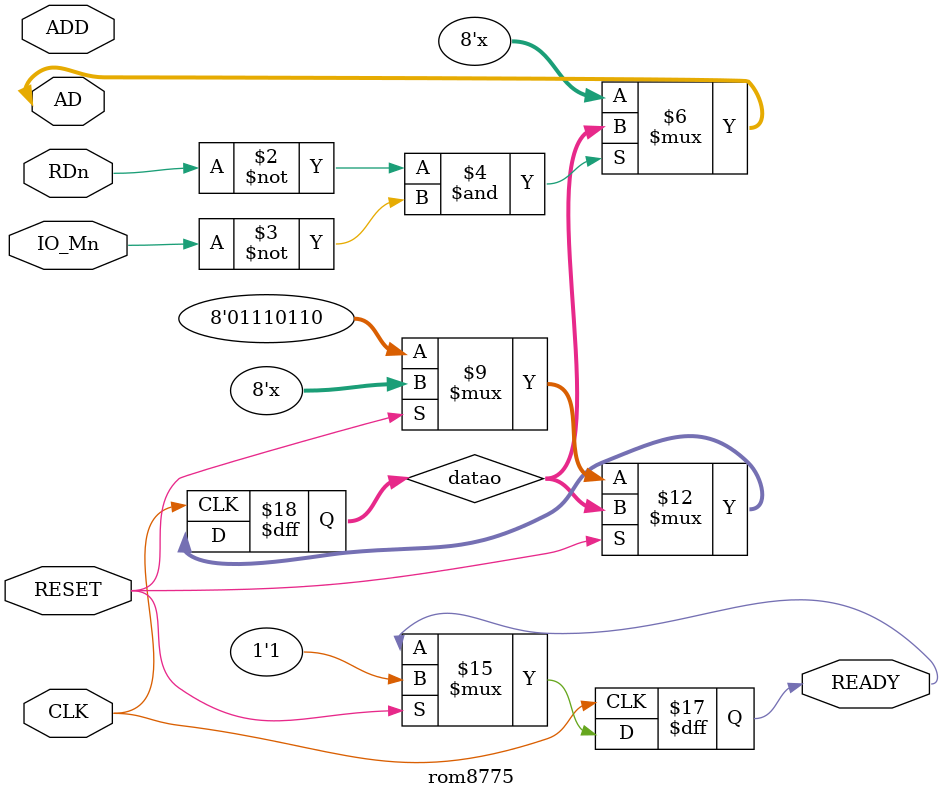
<source format=sv>
module rom8775
(
inout logic [7:0] AD,
input logic [15:0] ADD,
input logic RDn,
input logic IO_Mn,

input logic CLK,
input logic RESET,

output logic READY
);
logic MemRead;
logic [7:0] datao,address;

always@(negedge CLK)begin
	if(RESET) READY <= 1'b1;
	else
	case(ADD)

	`include "test.rom" // get contents of memory
	default datao = 8'h76; // hlt

endcase
end

/*always@(address) begin


case(address)

	`include "test.rom" // get contents of memory
	default datao = 8'h76; // hlt

endcase
//READY <= 1'b1;
end*/

assign MemRead = ~(~RDn & ~IO_Mn);
assign AD = MemRead ? 8'bzzzzzzzz : datao;

endmodule

</source>
